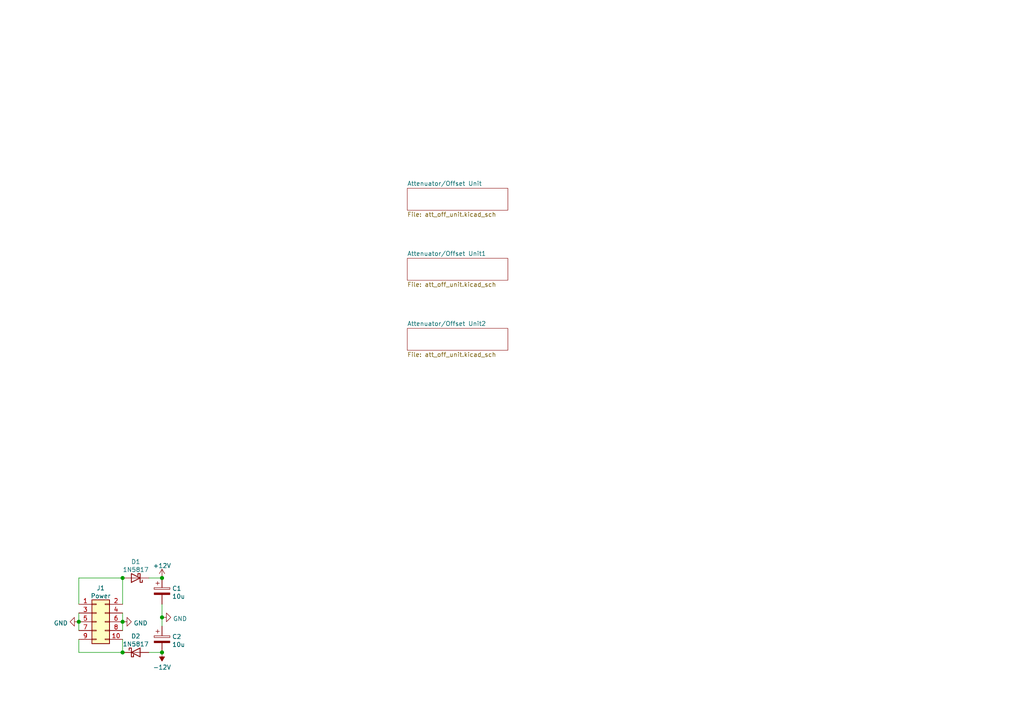
<source format=kicad_sch>
(kicad_sch (version 20210126) (generator eeschema)
  (paper "A4")
  (lib_symbols
    (symbol "Connector_Generic:Conn_02x05_Odd_Even" (pin_names (offset 1.016) hide)
      (property "Reference" "J" (at 1.27 7.62 0))
      (property "Value" "Conn_02x05_Odd_Even" (at 1.27 -7.62 0))
      (symbol "Conn_02x05_Odd_Even_1_1"
        (rectangle (start -1.27 -4.953) (end 0 -5.207) (stroke (width 0.1524)))
        (rectangle (start -1.27 -2.413) (end 0 -2.667) (stroke (width 0.1524)))
        (rectangle (start -1.27 0.127) (end 0 -0.127) (stroke (width 0.1524)))
        (rectangle (start -1.27 2.667) (end 0 2.413) (stroke (width 0.1524)))
        (rectangle (start -1.27 5.207) (end 0 4.953) (stroke (width 0.1524)))
        (rectangle (start 3.81 -4.953) (end 2.54 -5.207) (stroke (width 0.1524)))
        (rectangle (start 3.81 -2.413) (end 2.54 -2.667) (stroke (width 0.1524)))
        (rectangle (start 3.81 0.127) (end 2.54 -0.127) (stroke (width 0.1524)))
        (rectangle (start 3.81 2.667) (end 2.54 2.413) (stroke (width 0.1524)))
        (rectangle (start 3.81 5.207) (end 2.54 4.953) (stroke (width 0.1524)))
        (rectangle (start -1.27 6.35) (end 3.81 -6.35) (stroke (width 0.254)) (fill (type background)))
        (pin passive line (at -5.08 5.08 0) (length 3.81) (name "Pin_1") (number "1"))
        (pin passive line (at 7.62 -5.08 180) (length 3.81) (name "Pin_10") (number "10"))
        (pin passive line (at 7.62 5.08 180) (length 3.81) (name "Pin_2") (number "2"))
        (pin passive line (at -5.08 2.54 0) (length 3.81) (name "Pin_3") (number "3"))
        (pin passive line (at 7.62 2.54 180) (length 3.81) (name "Pin_4") (number "4"))
        (pin passive line (at -5.08 0 0) (length 3.81) (name "Pin_5") (number "5"))
        (pin passive line (at 7.62 0 180) (length 3.81) (name "Pin_6") (number "6"))
        (pin passive line (at -5.08 -2.54 0) (length 3.81) (name "Pin_7") (number "7"))
        (pin passive line (at 7.62 -2.54 180) (length 3.81) (name "Pin_8") (number "8"))
        (pin passive line (at -5.08 -5.08 0) (length 3.81) (name "Pin_9") (number "9"))
      )
    )
    (symbol "Device:C_Polarized" (pin_numbers hide) (pin_names (offset 0.254))
      (property "Reference" "C" (at 0.635 2.54 0))
      (property "Value" "C_Polarized" (at 0.635 -2.54 0))
      (symbol "C_Polarized_0_1"
        (rectangle (start -2.286 0.508) (end 2.286 1.016))
        (rectangle (start 2.286 -0.508) (end -2.286 -1.016) (fill (type outline)))
        (polyline (pts (xy -1.778 2.286) (xy -0.762 2.286)))
        (polyline (pts (xy -1.27 2.794) (xy -1.27 1.778)))
      )
      (symbol "C_Polarized_1_1"
        (pin passive line (at 0 3.81 270) (length 2.794) (name "~") (number "1"))
        (pin passive line (at 0 -3.81 90) (length 2.794) (name "~") (number "2"))
      )
    )
    (symbol "Diode:1N5817" (pin_numbers hide) (pin_names (offset 1.016) hide)
      (property "Reference" "D" (at 0 2.54 0))
      (property "Value" "1N5817" (at 0 -2.54 0))
      (symbol "1N5817_0_1"
        (polyline (pts (xy 1.27 0) (xy -1.27 0)))
        (polyline (pts (xy 1.27 1.27) (xy 1.27 -1.27) (xy -1.27 0) (xy 1.27 1.27)) (stroke (width 0.254)))
        (polyline (pts (xy -1.905 0.635) (xy -1.905 1.27) (xy -1.27 1.27) (xy -1.27 -1.27) (xy -0.635 -1.27) (xy -0.635 -0.635)) (stroke (width 0.254)))
      )
      (symbol "1N5817_1_1"
        (pin passive line (at -3.81 0 0) (length 2.54) (name "K") (number "1"))
        (pin passive line (at 3.81 0 180) (length 2.54) (name "A") (number "2"))
      )
    )
    (symbol "power:+12V" (power) (pin_names (offset 0))
      (property "Value" "+12V" (at 0 3.556 0))
      (symbol "+12V_0_1"
        (polyline (pts (xy -0.762 1.27) (xy 0 2.54)))
        (polyline (pts (xy 0 0) (xy 0 2.54)))
        (polyline (pts (xy 0 2.54) (xy 0.762 1.27)))
      )
      (symbol "+12V_1_1"
        (pin power_in line (at 0 0 90) (length 0) hide (name "+12V") (number "1"))
      )
    )
    (symbol "power:-12V" (power) (pin_names (offset 0))
      (property "Value" "-12V" (at 0 3.81 0))
      (symbol "-12V_0_0"
        (pin power_in line (at 0 0 90) (length 0) hide (name "-12V") (number "1"))
      )
      (symbol "-12V_0_1"
        (polyline (pts (xy 0 0) (xy 0 1.27) (xy 0.762 1.27) (xy 0 2.54) (xy -0.762 1.27) (xy 0 1.27)) (fill (type outline)))
      )
    )
    (symbol "power:GND" (power) (pin_names (offset 0))
      (property "Value" "GND" (at 0 -3.81 0))
      (symbol "GND_0_1"
        (polyline (pts (xy 0 0) (xy 0 -1.27) (xy 1.27 -1.27) (xy 0 -2.54) (xy -1.27 -1.27) (xy 0 -1.27)))
      )
      (symbol "GND_1_1"
        (pin power_in line (at 0 0 270) (length 0) hide (name "GND") (number "1"))
      )
    )
  )
  (junction (at 22.86 180.34) (diameter 1.016))
  (junction (at 35.56 167.64) (diameter 1.016))
  (junction (at 35.56 180.34) (diameter 1.016))
  (junction (at 35.56 189.23) (diameter 1.016))
  (junction (at 46.99 167.64) (diameter 1.016))
  (junction (at 46.99 179.07) (diameter 1.016))
  (junction (at 46.99 189.23) (diameter 1.016))
  (wire (pts (xy 22.86 167.64) (xy 35.56 167.64)))
  (wire (pts (xy 22.86 175.26) (xy 22.86 167.64)))
  (wire (pts (xy 22.86 177.8) (xy 22.86 180.34)))
  (wire (pts (xy 22.86 180.34) (xy 22.86 182.88)))
  (wire (pts (xy 22.86 185.42) (xy 22.86 189.23)))
  (wire (pts (xy 22.86 189.23) (xy 35.56 189.23)))
  (wire (pts (xy 35.56 175.26) (xy 35.56 167.64)))
  (wire (pts (xy 35.56 177.8) (xy 35.56 180.34)))
  (wire (pts (xy 35.56 180.34) (xy 35.56 182.88)))
  (wire (pts (xy 35.56 189.23) (xy 35.56 185.42)))
  (wire (pts (xy 43.18 167.64) (xy 46.99 167.64)))
  (wire (pts (xy 43.18 189.23) (xy 46.99 189.23)))
  (wire (pts (xy 46.99 175.26) (xy 46.99 179.07)))
  (wire (pts (xy 46.99 179.07) (xy 46.99 181.61)))
  (symbol (lib_id "power:+12V") (at 46.99 167.64 0) (unit 1)
    (property "Reference" "#PWR0118" (effects hide))
    (property "Value" "+12V" (at 46.99 164.0926 0))
  )
  (symbol (lib_id "power:-12V") (at 46.99 189.23 180) (unit 1)
    (property "Reference" "#PWR0121" (effects hide))
    (property "Value" "-12V" (at 46.99 193.5544 0))
  )
  (symbol (lib_id "power:GND") (at 22.86 180.34 270) (unit 1)
    (property "Reference" "#PWR0120" (effects hide))
    (property "Value" "GND" (at 19.685 180.7285 90) (effects (justify right)))
  )
  (symbol (lib_id "power:GND") (at 35.56 180.34 90) (unit 1)
    (property "Reference" "#PWR0119" (effects hide))
    (property "Value" "GND" (at 38.7351 180.7285 90) (effects (justify right)))
  )
  (symbol (lib_id "power:GND") (at 46.99 179.07 90) (unit 1)
    (property "Reference" "#PWR0117" (effects hide))
    (property "Value" "GND" (at 50.1651 179.4585 90) (effects (justify right)))
  )
  (symbol (lib_id "Diode:1N5817") (at 39.37 167.64 180) (unit 1)
    (property "Reference" "D1" (at 39.37 162.9368 0))
    (property "Value" "1N5817" (at 39.37 165.2355 0))
    (property "Footprint" "Diode_THT:D_DO-41_SOD81_P10.16mm_Horizontal" (effects hide))
    (property "Datasheet" "http://www.vishay.com/docs/88525/1n5817.pdf" (effects hide))
  )
  (symbol (lib_id "Diode:1N5817") (at 39.37 189.23 0) (unit 1)
    (property "Reference" "D2" (at 39.37 184.5268 0))
    (property "Value" "1N5817" (at 39.37 186.8255 0))
    (property "Footprint" "Diode_THT:D_DO-41_SOD81_P10.16mm_Horizontal" (effects hide))
    (property "Datasheet" "http://www.vishay.com/docs/88525/1n5817.pdf" (effects hide))
  )
  (symbol (lib_id "Device:C_Polarized") (at 46.99 171.45 0) (unit 1)
    (property "Reference" "C1" (at 49.9111 170.6891 0) (effects (justify left)))
    (property "Value" "10u" (at 49.9111 172.9878 0) (effects (justify left)))
    (property "Footprint" "Capacitor_THT:CP_Radial_D5.0mm_P2.50mm" (effects hide))
  )
  (symbol (lib_id "Device:C_Polarized") (at 46.99 185.42 0) (unit 1)
    (property "Reference" "C2" (at 49.9111 184.6591 0) (effects (justify left)))
    (property "Value" "10u" (at 49.9111 186.9578 0) (effects (justify left)))
    (property "Footprint" "Capacitor_THT:CP_Radial_D5.0mm_P2.50mm" (effects hide))
  )
  (symbol (lib_id "Connector_Generic:Conn_02x05_Odd_Even") (at 27.94 180.34 0) (unit 1)
    (property "Reference" "J1" (at 29.21 170.5568 0))
    (property "Value" "Power" (at 29.21 172.8555 0))
    (property "Footprint" "Connector_IDC:IDC-Header_2x05_P2.54mm_Vertical" (effects hide))
  )
  (sheet (at 118.11 54.61) (size 29.21 6.35) (stroke (width 0.0006))
    (property "Sheet name" "Attenuator/Offset Unit" (at 118.11 53.9743 0) (effects (justify left bottom)))
    (property "Sheet file" "att_off_unit.kicad_sch" (at 118.11 61.4687 0) (effects (justify left top)))
  )
  (sheet (at 118.11 74.93) (size 29.21 6.35) (stroke (width 0.0006))
    (property "Sheet name" "Attenuator/Offset Unit1" (at 118.11 74.2943 0) (effects (justify left bottom)))
    (property "Sheet file" "att_off_unit.kicad_sch" (at 118.11 81.7887 0) (effects (justify left top)))
  )
  (sheet (at 118.11 95.25) (size 29.21 6.35) (stroke (width 0.0006))
    (property "Sheet name" "Attenuator/Offset Unit2" (at 118.11 94.6143 0) (effects (justify left bottom)))
    (property "Sheet file" "att_off_unit.kicad_sch" (at 118.11 102.1087 0) (effects (justify left top)))
  )
)
</source>
